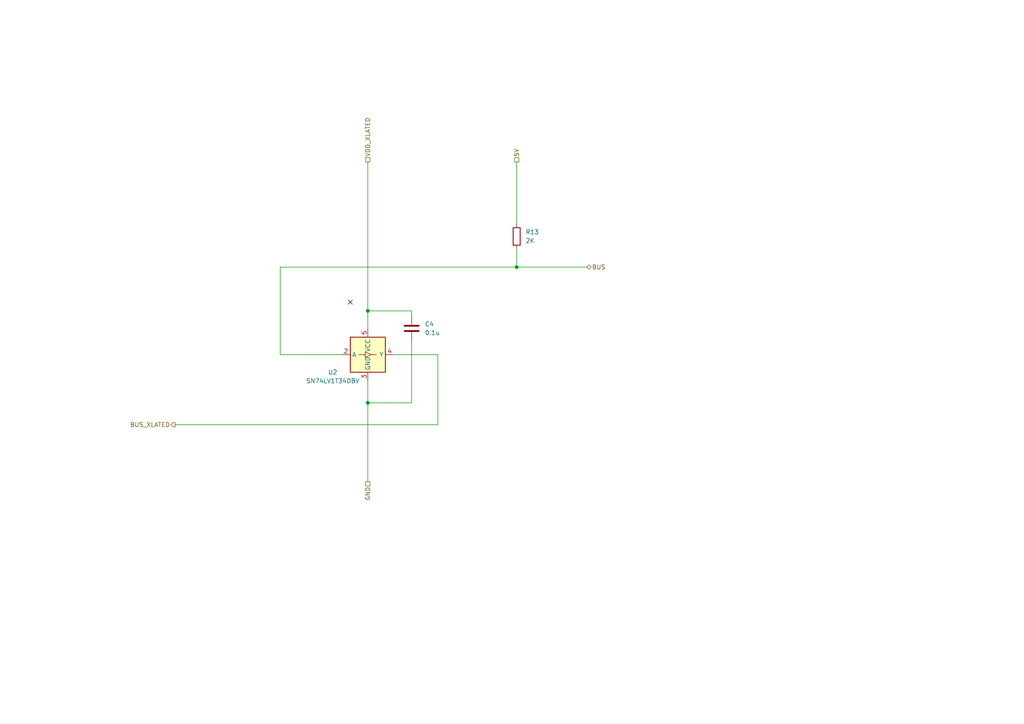
<source format=kicad_sch>
(kicad_sch (version 20230121) (generator eeschema)
  (paper "A4")
  (lib_symbols
    (symbol "Device:C" (pin_numbers hide) (pin_names (offset 0.254))
      (property "Reference" "C" (at 0.635 2.54 0))
      (property "Value" "C" (at 0.635 -2.54 0))
      (symbol "C_0_1"
        (polyline (pts (xy -2.032 -0.762) (xy 2.032 -0.762)) (stroke (width 0.508)))
        (polyline (pts (xy -2.032 0.762) (xy 2.032 0.762)) (stroke (width 0.508)))
      )
      (symbol "C_1_1"
        (pin passive line (at 0 3.81 270) (length 2.794) (name "~") (number "1"))
        (pin passive line (at 0 -3.81 90) (length 2.794) (name "~") (number "2"))
      )
    )
    (symbol "Device:R" (pin_numbers hide) (pin_names (offset 0))
      (property "Reference" "R" (at 2.032 0 90))
      (property "Value" "R" (at 0 0 90))
      (symbol "R_0_1"
        (rectangle (start -1.016 -2.54) (end 1.016 2.54) (stroke (width 0.254)))
      )
      (symbol "R_1_1"
        (pin passive line (at 0 3.81 270) (length 1.27) (name "~") (number "1"))
        (pin passive line (at 0 -3.81 90) (length 1.27) (name "~") (number "2"))
      )
    )
    (symbol "Logic_LevelTranslator:SN74LV1T34DBV"
      (property "Reference" "U" (at 5.08 6.35 0))
      (property "Value" "SN74LV1T34DBV" (at 5.08 3.81 0))
      (symbol "SN74LV1T34DBV_0_1"
        (rectangle (start -5.08 5.08) (end 5.08 -5.08) (stroke (width 0.254)) (fill (type background)))
        (polyline (pts (xy -0.762 0) (xy -2.54 0)))
        (polyline (pts (xy 1.016 0) (xy 2.54 0)))
      )
      (symbol "SN74LV1T34DBV_1_1"
        (polyline (pts (xy -0.762 -0.762) (xy -0.762 0.762) (xy 1.016 0) (xy -0.762 -0.762)))
        (pin no_connect line (at -5.08 2.54 0) (length 2.54) hide (name "NC") (number "1"))
        (pin input line (at -7.62 0 0) (length 2.54) (name "A") (number "2"))
        (pin power_in line (at 0 -7.62 90) (length 2.54) (name "GND") (number "3"))
        (pin output line (at 7.62 0 180) (length 2.54) (name "Y") (number "4"))
        (pin power_in line (at 0 7.62 270) (length 2.54) (name "VCC") (number "5"))
      )
    )
  )
  (junction (at 106.68 116.84))
  (junction (at 149.86 77.47))
  (junction (at 106.68 90.17))
  (no_connect (at 101.6 87.63))
  (wire (pts (xy 106.68 95.25) (xy 106.68 90.17)))
  (wire (pts (xy 119.38 116.84) (xy 106.68 116.84)))
  (wire (pts (xy 127 102.87) (xy 114.3 102.87)))
  (wire (pts (xy 106.68 116.84) (xy 106.68 139.7)))
  (wire (pts (xy 106.68 46.99) (xy 106.68 90.17)))
  (wire (pts (xy 119.38 91.44) (xy 119.38 90.17)))
  (wire (pts (xy 81.28 77.47) (xy 149.86 77.47)))
  (wire (pts (xy 127 123.19) (xy 50.8 123.19)))
  (wire (pts (xy 106.68 90.17) (xy 119.38 90.17)))
  (wire (pts (xy 127 123.19) (xy 127 102.87)))
  (wire (pts (xy 149.86 46.99) (xy 149.86 64.77)))
  (wire (pts (xy 119.38 99.06) (xy 119.38 116.84)))
  (wire (pts (xy 99.06 102.87) (xy 81.28 102.87)))
  (wire (pts (xy 149.86 72.39) (xy 149.86 77.47)))
  (wire (pts (xy 81.28 102.87) (xy 81.28 77.47)))
  (wire (pts (xy 149.86 77.47) (xy 170.18 77.47)))
  (wire (pts (xy 106.68 110.49) (xy 106.68 116.84)))
  (hierarchical_label "BUS_XLATED" (shape output) (at 50.8 123.19 180))
  (hierarchical_label "VDD_XLATED" (shape passive) (at 106.68 46.99 90))
  (hierarchical_label "5V" (shape passive) (at 149.86 46.99 90))
  (hierarchical_label "GND" (shape passive) (at 106.68 139.7 270))
  (hierarchical_label "BUS" (shape bidirectional) (at 170.18 77.47 0))
  (symbol (lib_id "Device:C") (at 119.38 95.25 0) (unit 1)
    (property "Reference" "C2" (at 123.19 93.98 0) (effects (justify left)))
    (property "Value" "0.1u" (at 123.19 96.52 0) (effects (justify left)))
    (instances (project "pdp11_front_panel" (path "" (reference "C4") (unit 1)) (path "" (reference "C2") (unit 1))))
  )
  (symbol (lib_id "Logic_LevelTranslator:SN74LV1T34DBV") (at 106.68 102.87 0) (unit 1)
    (property "Reference" "U2" (at 96.52 107.95 0))
    (property "Value" "SN74LV1T34DBV" (at 96.52 110.49 0))
    (property "Footprint" "Package_TO_SOT_SMD:SOT-23-5" (effects hide))
    (property "Datasheet" "https://www.ti.com/lit/ds/symlink/sn74lv1t34.pdf" (effects hide))
    (instances (project "pdp11_front_panel" (path "" (reference "U2") (unit 1)) (path "" (reference "U7") (unit 1)) (path "" (reference "U5") (unit 1))))
  )
  (symbol (lib_id "Device:R") (at 149.86 68.58 0) (unit 1)
    (property "Reference" "R2" (at 152.4 67.31 0) (effects (justify left)))
    (property "Value" "2K" (at 152.4 69.85 0) (effects (justify left)))
    (instances (project "pdp11_front_panel" (path "" (reference "R13") (unit 1)) (path "" (reference "R4") (unit 1))))
  )
)
</source>
